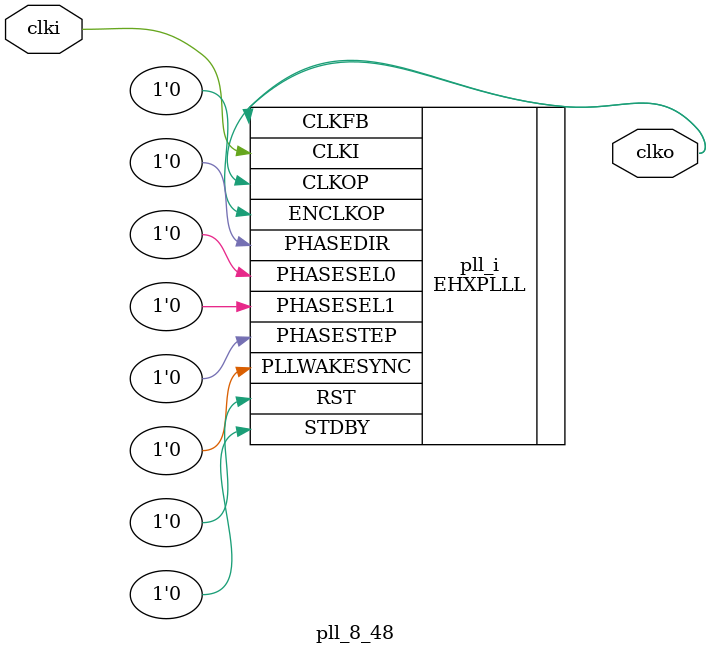
<source format=v>
/*
 * Copyright (C) 2019  Jeroen Domburg <jeroen@spritesmods.com>
 * All rights reserved.
 *
 * BSD 3-clause, see LICENSE.bsd
 *
 * Redistribution and use in source and binary forms, with or without
 * modification, are permitted provided that the following conditions are met:
 *     * Redistributions of source code must retain the above copyright
 *       notice, this list of conditions and the following disclaimer.
 *     * Redistributions in binary form must reproduce the above copyright
 *       notice, this list of conditions and the following disclaimer in the
 *       documentation and/or other materials provided with the distribution.
 *     * Neither the name of the <organization> nor the
 *       names of its contributors may be used to endorse or promote products
 *       derived from this software without specific prior written permission.
 *
 * THIS SOFTWARE IS PROVIDED BY THE COPYRIGHT HOLDERS AND CONTRIBUTORS "AS IS" AND
 * ANY EXPRESS OR IMPLIED WARRANTIES, INCLUDING, BUT NOT LIMITED TO, THE IMPLIED
 * WARRANTIES OF MERCHANTABILITY AND FITNESS FOR A PARTICULAR PURPOSE ARE
 * DISCLAIMED. IN NO EVENT SHALL <COPYRIGHT HOLDER> BE LIABLE FOR ANY
 * DIRECT, INDIRECT, INCIDENTAL, SPECIAL, EXEMPLARY, OR CONSEQUENTIAL DAMAGES
 * (INCLUDING, BUT NOT LIMITED TO, PROCUREMENT OF SUBSTITUTE GOODS OR SERVICES;
 * LOSS OF USE, DATA, OR PROFITS; OR BUSINESS INTERRUPTION) HOWEVER CAUSED AND
 * ON ANY THEORY OF LIABILITY, WHETHER IN CONTRACT, STRICT LIABILITY, OR TORT
 * (INCLUDING NEGLIGENCE OR OTHERWISE) ARISING IN ANY WAY OUT OF THE USE OF THIS
 * SOFTWARE, EVEN IF ADVISED OF THE POSSIBILITY OF SUCH DAMAGE.
 */

module pll_8_48(input clki, output clko);
    (* ICP_CURRENT="12" *) (* LPF_RESISTOR="8" *) (* MFG_ENABLE_FILTEROPAMP="1" *) (* MFG_GMCREF_SEL="2" *)
    EHXPLLL #(
        .PLLRST_ENA("DISABLED"),
        .INTFB_WAKE("DISABLED"),
        .STDBY_ENABLE("DISABLED"),
        .DPHASE_SOURCE("DISABLED"),
        .CLKOP_FPHASE(0),
        .CLKOP_CPHASE(11),
        .OUTDIVIDER_MUXA("DIVA"),
        .CLKOP_ENABLE("ENABLED"),
        .CLKOP_DIV(9),
        .CLKFB_DIV(6),
        .CLKI_DIV(1),
        .FEEDBK_PATH("CLKOP")
    ) pll_i (
        .CLKI(clki),
        .CLKFB(clko),
        .CLKOP(clko),
        .RST(1'b0),
        .STDBY(1'b0),
        .PHASESEL0(1'b0),
        .PHASESEL1(1'b0),
        .PHASEDIR(1'b0),
        .PHASESTEP(1'b0),
        .PLLWAKESYNC(1'b0),
        .ENCLKOP(1'b0),
    );
endmodule

</source>
